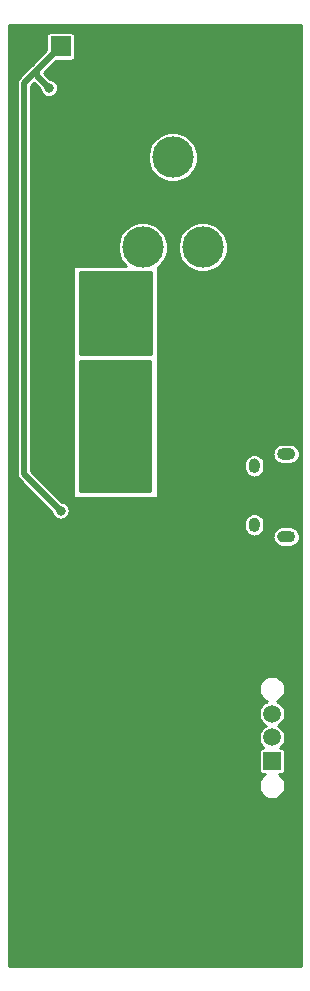
<source format=gbr>
%TF.GenerationSoftware,KiCad,Pcbnew,5.1.6*%
%TF.CreationDate,2020-05-18T18:09:20+02:00*%
%TF.ProjectId,solder-snorter,736f6c64-6572-42d7-936e-6f727465722e,rev?*%
%TF.SameCoordinates,Original*%
%TF.FileFunction,Copper,L2,Bot*%
%TF.FilePolarity,Positive*%
%FSLAX46Y46*%
G04 Gerber Fmt 4.6, Leading zero omitted, Abs format (unit mm)*
G04 Created by KiCad (PCBNEW 5.1.6) date 2020-05-18 18:09:20*
%MOMM*%
%LPD*%
G01*
G04 APERTURE LIST*
%TA.AperFunction,ComponentPad*%
%ADD10C,3.500000*%
%TD*%
%TA.AperFunction,ComponentPad*%
%ADD11R,1.700000X1.700000*%
%TD*%
%TA.AperFunction,ComponentPad*%
%ADD12O,1.700000X1.700000*%
%TD*%
%TA.AperFunction,ComponentPad*%
%ADD13R,1.500000X1.500000*%
%TD*%
%TA.AperFunction,ComponentPad*%
%ADD14C,1.500000*%
%TD*%
%TA.AperFunction,ViaPad*%
%ADD15C,0.800000*%
%TD*%
%TA.AperFunction,Conductor*%
%ADD16C,0.500000*%
%TD*%
%TA.AperFunction,Conductor*%
%ADD17C,0.254000*%
%TD*%
G04 APERTURE END LIST*
%TO.P,J1,*%
%TO.N,*%
%TA.AperFunction,ComponentPad*%
G36*
G01*
X165375000Y-119500000D02*
X164825000Y-119500000D01*
G75*
G02*
X164325000Y-119000000I0J500000D01*
G01*
X164325000Y-119000000D01*
G75*
G02*
X164825000Y-118500000I500000J0D01*
G01*
X165375000Y-118500000D01*
G75*
G02*
X165875000Y-119000000I0J-500000D01*
G01*
X165875000Y-119000000D01*
G75*
G02*
X165375000Y-119500000I-500000J0D01*
G01*
G37*
%TD.AperFunction*%
%TA.AperFunction,ComponentPad*%
G36*
G01*
X165375000Y-112500000D02*
X164825000Y-112500000D01*
G75*
G02*
X164325000Y-112000000I0J500000D01*
G01*
X164325000Y-112000000D01*
G75*
G02*
X164825000Y-111500000I500000J0D01*
G01*
X165375000Y-111500000D01*
G75*
G02*
X165875000Y-112000000I0J-500000D01*
G01*
X165875000Y-112000000D01*
G75*
G02*
X165375000Y-112500000I-500000J0D01*
G01*
G37*
%TD.AperFunction*%
%TO.P,J1,6*%
%TO.N,Net-(J1-Pad6)*%
%TA.AperFunction,ComponentPad*%
G36*
G01*
X162400000Y-118625000D02*
X162400000Y-118625000D01*
G75*
G02*
X161925000Y-118150000I0J475000D01*
G01*
X161925000Y-117850000D01*
G75*
G02*
X162400000Y-117375000I475000J0D01*
G01*
X162400000Y-117375000D01*
G75*
G02*
X162875000Y-117850000I0J-475000D01*
G01*
X162875000Y-118150000D01*
G75*
G02*
X162400000Y-118625000I-475000J0D01*
G01*
G37*
%TD.AperFunction*%
%TO.P,J1,*%
%TO.N,*%
%TA.AperFunction,ComponentPad*%
G36*
G01*
X162400000Y-113625000D02*
X162400000Y-113625000D01*
G75*
G02*
X161925000Y-113150000I0J475000D01*
G01*
X161925000Y-112850000D01*
G75*
G02*
X162400000Y-112375000I475000J0D01*
G01*
X162400000Y-112375000D01*
G75*
G02*
X162875000Y-112850000I0J-475000D01*
G01*
X162875000Y-113150000D01*
G75*
G02*
X162400000Y-113625000I-475000J0D01*
G01*
G37*
%TD.AperFunction*%
%TD*%
D10*
%TO.P,BT1,2*%
%TO.N,GND*%
X152960000Y-142500000D03*
X158040000Y-142500000D03*
%TO.P,BT1,1*%
%TO.N,VBAT*%
X152960000Y-94500000D03*
X158040000Y-94500000D03*
%TO.P,BT1,2*%
%TO.N,GND*%
X155500000Y-150120000D03*
%TO.P,BT1,1*%
%TO.N,VBAT*%
X155500000Y-86880000D03*
%TD*%
D11*
%TO.P,M1,1*%
%TO.N,+12V*%
X146000000Y-77500000D03*
D12*
%TO.P,M1,2*%
%TO.N,GND*%
X148540000Y-77500000D03*
%TD*%
D13*
%TO.P,SW1,1*%
%TO.N,Net-(SW1-Pad1)*%
X163900000Y-138000000D03*
D14*
%TO.P,SW1,2*%
%TO.N,VBAT*%
X163900000Y-136000000D03*
%TO.P,SW1,3*%
%TO.N,VBATSW*%
X163900000Y-134000000D03*
%TD*%
D15*
%TO.N,VBAT*%
X148200000Y-97200000D03*
X149400000Y-97200000D03*
X150600000Y-97200000D03*
X151800000Y-97200000D03*
X148200000Y-98400000D03*
X149400000Y-98400000D03*
X150600000Y-98400000D03*
X151800000Y-98400000D03*
X149400000Y-99600000D03*
X150600000Y-99600000D03*
X151800000Y-99600000D03*
X149400000Y-100800000D03*
X150600000Y-100800000D03*
X151800000Y-100800000D03*
X148200000Y-102000000D03*
X149400000Y-102000000D03*
X150600000Y-102000000D03*
X151800000Y-102000000D03*
X148200000Y-103200000D03*
X149400000Y-103200000D03*
X150600000Y-103200000D03*
X151800000Y-103200000D03*
X148200000Y-100800000D03*
%TO.N,GND*%
X154800000Y-112200000D03*
X156000000Y-112200000D03*
X157200000Y-112200000D03*
X158400000Y-112200000D03*
X154800000Y-111000000D03*
X156000000Y-111000000D03*
X157200000Y-111000000D03*
X158400000Y-111000000D03*
X154800000Y-100200000D03*
X156000000Y-109800000D03*
X158400000Y-108600000D03*
X158400000Y-109800000D03*
X157200000Y-109800000D03*
X157200000Y-108600000D03*
X154800000Y-109800000D03*
X156000000Y-100200000D03*
X157200000Y-100200000D03*
X158400000Y-100200000D03*
X159600000Y-100200000D03*
X157200000Y-99200000D03*
X158400000Y-99200000D03*
X159600000Y-99200000D03*
X157200000Y-98200000D03*
X158400000Y-98200000D03*
X159600000Y-98200000D03*
X147400000Y-121600000D03*
X147400000Y-120200000D03*
X149300000Y-120200000D03*
X153700000Y-119800000D03*
X154900000Y-119800000D03*
X156000000Y-119400000D03*
X158400000Y-119400000D03*
X155400000Y-118200000D03*
X156600000Y-118200000D03*
X157200000Y-119400000D03*
X158400000Y-120600000D03*
X157200000Y-120600000D03*
X158400000Y-121800000D03*
X157200000Y-121800000D03*
X164000000Y-98000000D03*
X160750000Y-113250000D03*
X160750000Y-112050000D03*
X160750000Y-110850000D03*
X160750000Y-109650000D03*
X160750000Y-108450000D03*
X161950000Y-108450000D03*
X163150000Y-108450000D03*
X164350000Y-108450000D03*
X165550000Y-108450000D03*
X161950000Y-109650000D03*
X163150000Y-109650000D03*
X164350000Y-109650000D03*
X165550000Y-109650000D03*
%TO.N,Net-(C1-Pad1)*%
X148300000Y-104700000D03*
X149500000Y-104700000D03*
X150700000Y-104700000D03*
X151900000Y-104700000D03*
X148300000Y-105900000D03*
X149500000Y-105900000D03*
X150700000Y-105900000D03*
X151900000Y-105900000D03*
X148300000Y-107100000D03*
X149500000Y-107100000D03*
X150700000Y-107100000D03*
X151900000Y-107100000D03*
X148300000Y-108300000D03*
X149500000Y-108300000D03*
X150700000Y-108300000D03*
X151900000Y-108300000D03*
X148300000Y-109500000D03*
X149500000Y-109500000D03*
X150700000Y-109500000D03*
X153100000Y-109500000D03*
X148300000Y-110700000D03*
X149500000Y-110700000D03*
X150700000Y-110700000D03*
X151900000Y-110700000D03*
X148300000Y-111900000D03*
X149500000Y-111900000D03*
X150700000Y-111900000D03*
X151900000Y-111900000D03*
X148300000Y-113100000D03*
X149500000Y-113100000D03*
X150700000Y-113100000D03*
X151900000Y-113100000D03*
X148300000Y-114300000D03*
X149500000Y-114300000D03*
X150700000Y-114300000D03*
X151900000Y-114300000D03*
X151900000Y-109500000D03*
X153100000Y-110700000D03*
X153100000Y-111900000D03*
X153100000Y-113100000D03*
X153100000Y-114300000D03*
%TO.N,+12V*%
X146000000Y-116800000D03*
X145000000Y-81000000D03*
%TD*%
D16*
%TO.N,+12V*%
X146000000Y-116800000D02*
X142900000Y-113700000D01*
X142900000Y-113700000D02*
X142900000Y-80600000D01*
X144000000Y-80000000D02*
X144000000Y-79500000D01*
X145000000Y-81000000D02*
X144000000Y-80000000D01*
X144000000Y-79500000D02*
X146000000Y-77500000D01*
X142900000Y-80600000D02*
X144000000Y-79500000D01*
%TD*%
D17*
%TO.N,Net-(C1-Pad1)*%
G36*
X153573000Y-115173000D02*
G01*
X147627000Y-115173000D01*
X147627000Y-104127000D01*
X153573000Y-104127000D01*
X153573000Y-115173000D01*
G37*
X153573000Y-115173000D02*
X147627000Y-115173000D01*
X147627000Y-104127000D01*
X153573000Y-104127000D01*
X153573000Y-115173000D01*
%TO.N,VBAT*%
G36*
X153673000Y-103573000D02*
G01*
X147627000Y-103573000D01*
X147627000Y-96627000D01*
X153673000Y-96627000D01*
X153673000Y-103573000D01*
G37*
X153673000Y-103573000D02*
X147627000Y-103573000D01*
X147627000Y-96627000D01*
X153673000Y-96627000D01*
X153673000Y-103573000D01*
%TO.N,GND*%
G36*
X166348001Y-155348000D02*
G01*
X141627000Y-155348000D01*
X141627000Y-143012407D01*
X141651275Y-142764832D01*
X141651275Y-142764822D01*
X141652000Y-142757462D01*
X141652000Y-137250000D01*
X162771176Y-137250000D01*
X162771176Y-138750000D01*
X162778455Y-138823905D01*
X162800012Y-138894970D01*
X162835019Y-138960463D01*
X162882131Y-139017869D01*
X162939537Y-139064981D01*
X163005030Y-139099988D01*
X163076095Y-139121545D01*
X163150000Y-139128824D01*
X163324921Y-139128824D01*
X163181579Y-139224602D01*
X163024602Y-139381579D01*
X162901266Y-139566165D01*
X162816310Y-139771266D01*
X162773000Y-139989000D01*
X162773000Y-140211000D01*
X162816310Y-140428734D01*
X162901266Y-140633835D01*
X163024602Y-140818421D01*
X163181579Y-140975398D01*
X163366165Y-141098734D01*
X163571266Y-141183690D01*
X163789000Y-141227000D01*
X164011000Y-141227000D01*
X164228734Y-141183690D01*
X164433835Y-141098734D01*
X164618421Y-140975398D01*
X164775398Y-140818421D01*
X164898734Y-140633835D01*
X164983690Y-140428734D01*
X165027000Y-140211000D01*
X165027000Y-139989000D01*
X164983690Y-139771266D01*
X164898734Y-139566165D01*
X164775398Y-139381579D01*
X164618421Y-139224602D01*
X164475079Y-139128824D01*
X164650000Y-139128824D01*
X164723905Y-139121545D01*
X164794970Y-139099988D01*
X164860463Y-139064981D01*
X164917869Y-139017869D01*
X164964981Y-138960463D01*
X164999988Y-138894970D01*
X165021545Y-138823905D01*
X165028824Y-138750000D01*
X165028824Y-137250000D01*
X165021545Y-137176095D01*
X164999988Y-137105030D01*
X164964981Y-137039537D01*
X164917869Y-136982131D01*
X164860463Y-136935019D01*
X164794970Y-136900012D01*
X164723905Y-136878455D01*
X164650000Y-136871176D01*
X164622643Y-136871176D01*
X164775398Y-136718421D01*
X164898734Y-136533835D01*
X164983690Y-136328734D01*
X165027000Y-136111000D01*
X165027000Y-135889000D01*
X164983690Y-135671266D01*
X164898734Y-135466165D01*
X164775398Y-135281579D01*
X164618421Y-135124602D01*
X164433835Y-135001266D01*
X164430779Y-135000000D01*
X164433835Y-134998734D01*
X164618421Y-134875398D01*
X164775398Y-134718421D01*
X164898734Y-134533835D01*
X164983690Y-134328734D01*
X165027000Y-134111000D01*
X165027000Y-133889000D01*
X164983690Y-133671266D01*
X164898734Y-133466165D01*
X164775398Y-133281579D01*
X164618421Y-133124602D01*
X164433835Y-133001266D01*
X164310068Y-132950000D01*
X164433835Y-132898734D01*
X164618421Y-132775398D01*
X164775398Y-132618421D01*
X164898734Y-132433835D01*
X164983690Y-132228734D01*
X165027000Y-132011000D01*
X165027000Y-131789000D01*
X164983690Y-131571266D01*
X164898734Y-131366165D01*
X164775398Y-131181579D01*
X164618421Y-131024602D01*
X164433835Y-130901266D01*
X164228734Y-130816310D01*
X164011000Y-130773000D01*
X163789000Y-130773000D01*
X163571266Y-130816310D01*
X163366165Y-130901266D01*
X163181579Y-131024602D01*
X163024602Y-131181579D01*
X162901266Y-131366165D01*
X162816310Y-131571266D01*
X162773000Y-131789000D01*
X162773000Y-132011000D01*
X162816310Y-132228734D01*
X162901266Y-132433835D01*
X163024602Y-132618421D01*
X163181579Y-132775398D01*
X163366165Y-132898734D01*
X163489932Y-132950000D01*
X163366165Y-133001266D01*
X163181579Y-133124602D01*
X163024602Y-133281579D01*
X162901266Y-133466165D01*
X162816310Y-133671266D01*
X162773000Y-133889000D01*
X162773000Y-134111000D01*
X162816310Y-134328734D01*
X162901266Y-134533835D01*
X163024602Y-134718421D01*
X163181579Y-134875398D01*
X163366165Y-134998734D01*
X163369221Y-135000000D01*
X163366165Y-135001266D01*
X163181579Y-135124602D01*
X163024602Y-135281579D01*
X162901266Y-135466165D01*
X162816310Y-135671266D01*
X162773000Y-135889000D01*
X162773000Y-136111000D01*
X162816310Y-136328734D01*
X162901266Y-136533835D01*
X163024602Y-136718421D01*
X163177357Y-136871176D01*
X163150000Y-136871176D01*
X163076095Y-136878455D01*
X163005030Y-136900012D01*
X162939537Y-136935019D01*
X162882131Y-136982131D01*
X162835019Y-137039537D01*
X162800012Y-137105030D01*
X162778455Y-137176095D01*
X162771176Y-137250000D01*
X141652000Y-137250000D01*
X141652000Y-117850000D01*
X161546175Y-117850000D01*
X161546175Y-118150000D01*
X161562581Y-118316573D01*
X161611168Y-118476744D01*
X161690070Y-118624359D01*
X161796254Y-118753745D01*
X161925640Y-118859929D01*
X162073255Y-118938831D01*
X162233426Y-118987418D01*
X162399999Y-119003824D01*
X162400001Y-119003824D01*
X162438836Y-118999999D01*
X163946176Y-118999999D01*
X163946176Y-119000001D01*
X163963062Y-119171451D01*
X164013072Y-119336312D01*
X164094285Y-119488249D01*
X164203578Y-119621423D01*
X164336752Y-119730716D01*
X164488689Y-119811929D01*
X164653550Y-119861939D01*
X164825000Y-119878825D01*
X165375000Y-119878825D01*
X165546450Y-119861939D01*
X165711311Y-119811929D01*
X165863248Y-119730716D01*
X165996422Y-119621423D01*
X166105715Y-119488249D01*
X166186928Y-119336312D01*
X166236938Y-119171451D01*
X166253824Y-119000001D01*
X166253824Y-118999999D01*
X166236938Y-118828549D01*
X166186928Y-118663688D01*
X166105715Y-118511751D01*
X165996422Y-118378577D01*
X165863248Y-118269284D01*
X165711311Y-118188071D01*
X165546450Y-118138061D01*
X165375000Y-118121175D01*
X164825000Y-118121175D01*
X164653550Y-118138061D01*
X164488689Y-118188071D01*
X164336752Y-118269284D01*
X164203578Y-118378577D01*
X164094285Y-118511751D01*
X164013072Y-118663688D01*
X163963062Y-118828549D01*
X163946176Y-118999999D01*
X162438836Y-118999999D01*
X162566574Y-118987418D01*
X162726745Y-118938831D01*
X162874360Y-118859929D01*
X163003746Y-118753745D01*
X163109930Y-118624359D01*
X163188832Y-118476744D01*
X163237419Y-118316573D01*
X163253825Y-118150000D01*
X163253825Y-117850000D01*
X163237419Y-117683427D01*
X163188832Y-117523256D01*
X163109930Y-117375641D01*
X163003746Y-117246255D01*
X162874360Y-117140071D01*
X162726745Y-117061169D01*
X162566574Y-117012582D01*
X162400001Y-116996176D01*
X162399999Y-116996176D01*
X162233426Y-117012582D01*
X162073255Y-117061169D01*
X161925640Y-117140071D01*
X161796254Y-117246255D01*
X161690070Y-117375641D01*
X161611168Y-117523256D01*
X161562581Y-117683427D01*
X161546175Y-117850000D01*
X141652000Y-117850000D01*
X141652000Y-88242538D01*
X141651974Y-88242272D01*
X141651895Y-88219797D01*
X141651224Y-88213189D01*
X141651270Y-88206554D01*
X141651063Y-88204442D01*
X141627000Y-87975496D01*
X141627000Y-80600000D01*
X142269967Y-80600000D01*
X142273001Y-80630804D01*
X142273000Y-113669206D01*
X142269967Y-113700000D01*
X142273000Y-113730793D01*
X142282073Y-113822912D01*
X142317925Y-113941102D01*
X142376147Y-114050027D01*
X142454499Y-114145501D01*
X142478427Y-114165138D01*
X145231239Y-116917951D01*
X145252859Y-117026643D01*
X145311431Y-117168048D01*
X145396464Y-117295309D01*
X145504691Y-117403536D01*
X145631952Y-117488569D01*
X145773357Y-117547141D01*
X145923472Y-117577000D01*
X146076528Y-117577000D01*
X146226643Y-117547141D01*
X146368048Y-117488569D01*
X146495309Y-117403536D01*
X146603536Y-117295309D01*
X146688569Y-117168048D01*
X146747141Y-117026643D01*
X146777000Y-116876528D01*
X146777000Y-116723472D01*
X146747141Y-116573357D01*
X146688569Y-116431952D01*
X146603536Y-116304691D01*
X146495309Y-116196464D01*
X146368048Y-116111431D01*
X146226643Y-116052859D01*
X146117951Y-116031239D01*
X143527000Y-113440289D01*
X143527000Y-96200000D01*
X147073000Y-96200000D01*
X147073000Y-115600000D01*
X147075440Y-115624776D01*
X147082667Y-115648601D01*
X147094403Y-115670557D01*
X147110197Y-115689803D01*
X147129443Y-115705597D01*
X147151399Y-115717333D01*
X147175224Y-115724560D01*
X147200000Y-115727000D01*
X154100000Y-115727000D01*
X154124776Y-115724560D01*
X154148601Y-115717333D01*
X154170557Y-115705597D01*
X154189803Y-115689803D01*
X154205597Y-115670557D01*
X154217333Y-115648601D01*
X154224560Y-115624776D01*
X154227000Y-115600000D01*
X154227000Y-112850000D01*
X161546175Y-112850000D01*
X161546175Y-113150000D01*
X161562581Y-113316573D01*
X161611168Y-113476744D01*
X161690070Y-113624359D01*
X161796254Y-113753745D01*
X161925640Y-113859929D01*
X162073255Y-113938831D01*
X162233426Y-113987418D01*
X162399999Y-114003824D01*
X162400001Y-114003824D01*
X162566574Y-113987418D01*
X162726745Y-113938831D01*
X162874360Y-113859929D01*
X163003746Y-113753745D01*
X163109930Y-113624359D01*
X163188832Y-113476744D01*
X163237419Y-113316573D01*
X163253825Y-113150000D01*
X163253825Y-112850000D01*
X163237419Y-112683427D01*
X163188832Y-112523256D01*
X163109930Y-112375641D01*
X163003746Y-112246255D01*
X162874360Y-112140071D01*
X162726745Y-112061169D01*
X162566574Y-112012582D01*
X162438817Y-111999999D01*
X163946176Y-111999999D01*
X163946176Y-112000001D01*
X163963062Y-112171451D01*
X164013072Y-112336312D01*
X164094285Y-112488249D01*
X164203578Y-112621423D01*
X164336752Y-112730716D01*
X164488689Y-112811929D01*
X164653550Y-112861939D01*
X164825000Y-112878825D01*
X165375000Y-112878825D01*
X165546450Y-112861939D01*
X165711311Y-112811929D01*
X165863248Y-112730716D01*
X165996422Y-112621423D01*
X166105715Y-112488249D01*
X166186928Y-112336312D01*
X166236938Y-112171451D01*
X166253824Y-112000001D01*
X166253824Y-111999999D01*
X166236938Y-111828549D01*
X166186928Y-111663688D01*
X166105715Y-111511751D01*
X165996422Y-111378577D01*
X165863248Y-111269284D01*
X165711311Y-111188071D01*
X165546450Y-111138061D01*
X165375000Y-111121175D01*
X164825000Y-111121175D01*
X164653550Y-111138061D01*
X164488689Y-111188071D01*
X164336752Y-111269284D01*
X164203578Y-111378577D01*
X164094285Y-111511751D01*
X164013072Y-111663688D01*
X163963062Y-111828549D01*
X163946176Y-111999999D01*
X162438817Y-111999999D01*
X162400001Y-111996176D01*
X162399999Y-111996176D01*
X162233426Y-112012582D01*
X162073255Y-112061169D01*
X161925640Y-112140071D01*
X161796254Y-112246255D01*
X161690070Y-112375641D01*
X161611168Y-112523256D01*
X161562581Y-112683427D01*
X161546175Y-112850000D01*
X154227000Y-112850000D01*
X154227000Y-96211539D01*
X154315884Y-96152149D01*
X154612149Y-95855884D01*
X154844923Y-95507512D01*
X155005261Y-95120423D01*
X155087000Y-94709491D01*
X155087000Y-94290509D01*
X155913000Y-94290509D01*
X155913000Y-94709491D01*
X155994739Y-95120423D01*
X156155077Y-95507512D01*
X156387851Y-95855884D01*
X156684116Y-96152149D01*
X157032488Y-96384923D01*
X157419577Y-96545261D01*
X157830509Y-96627000D01*
X158249491Y-96627000D01*
X158660423Y-96545261D01*
X159047512Y-96384923D01*
X159395884Y-96152149D01*
X159692149Y-95855884D01*
X159924923Y-95507512D01*
X160085261Y-95120423D01*
X160167000Y-94709491D01*
X160167000Y-94290509D01*
X160085261Y-93879577D01*
X159924923Y-93492488D01*
X159692149Y-93144116D01*
X159395884Y-92847851D01*
X159047512Y-92615077D01*
X158660423Y-92454739D01*
X158249491Y-92373000D01*
X157830509Y-92373000D01*
X157419577Y-92454739D01*
X157032488Y-92615077D01*
X156684116Y-92847851D01*
X156387851Y-93144116D01*
X156155077Y-93492488D01*
X155994739Y-93879577D01*
X155913000Y-94290509D01*
X155087000Y-94290509D01*
X155005261Y-93879577D01*
X154844923Y-93492488D01*
X154612149Y-93144116D01*
X154315884Y-92847851D01*
X153967512Y-92615077D01*
X153580423Y-92454739D01*
X153169491Y-92373000D01*
X152750509Y-92373000D01*
X152339577Y-92454739D01*
X151952488Y-92615077D01*
X151604116Y-92847851D01*
X151307851Y-93144116D01*
X151075077Y-93492488D01*
X150914739Y-93879577D01*
X150833000Y-94290509D01*
X150833000Y-94709491D01*
X150914739Y-95120423D01*
X151075077Y-95507512D01*
X151307851Y-95855884D01*
X151524967Y-96073000D01*
X147200000Y-96073000D01*
X147175224Y-96075440D01*
X147151399Y-96082667D01*
X147129443Y-96094403D01*
X147110197Y-96110197D01*
X147094403Y-96129443D01*
X147082667Y-96151399D01*
X147075440Y-96175224D01*
X147073000Y-96200000D01*
X143527000Y-96200000D01*
X143527000Y-86670509D01*
X153373000Y-86670509D01*
X153373000Y-87089491D01*
X153454739Y-87500423D01*
X153615077Y-87887512D01*
X153847851Y-88235884D01*
X154144116Y-88532149D01*
X154492488Y-88764923D01*
X154879577Y-88925261D01*
X155290509Y-89007000D01*
X155709491Y-89007000D01*
X156120423Y-88925261D01*
X156507512Y-88764923D01*
X156855884Y-88532149D01*
X157152149Y-88235884D01*
X157384923Y-87887512D01*
X157545261Y-87500423D01*
X157627000Y-87089491D01*
X157627000Y-86670509D01*
X157545261Y-86259577D01*
X157384923Y-85872488D01*
X157152149Y-85524116D01*
X156855884Y-85227851D01*
X156507512Y-84995077D01*
X156120423Y-84834739D01*
X155709491Y-84753000D01*
X155290509Y-84753000D01*
X154879577Y-84834739D01*
X154492488Y-84995077D01*
X154144116Y-85227851D01*
X153847851Y-85524116D01*
X153615077Y-85872488D01*
X153454739Y-86259577D01*
X153373000Y-86670509D01*
X143527000Y-86670509D01*
X143527000Y-80859711D01*
X143750000Y-80636711D01*
X144231239Y-81117950D01*
X144252859Y-81226643D01*
X144311431Y-81368048D01*
X144396464Y-81495309D01*
X144504691Y-81603536D01*
X144631952Y-81688569D01*
X144773357Y-81747141D01*
X144923472Y-81777000D01*
X145076528Y-81777000D01*
X145226643Y-81747141D01*
X145368048Y-81688569D01*
X145495309Y-81603536D01*
X145603536Y-81495309D01*
X145688569Y-81368048D01*
X145747141Y-81226643D01*
X145777000Y-81076528D01*
X145777000Y-80923472D01*
X145747141Y-80773357D01*
X145688569Y-80631952D01*
X145603536Y-80504691D01*
X145495309Y-80396464D01*
X145368048Y-80311431D01*
X145226643Y-80252859D01*
X145117950Y-80231239D01*
X144636711Y-79750000D01*
X145657888Y-78728824D01*
X146850000Y-78728824D01*
X146923905Y-78721545D01*
X146994970Y-78699988D01*
X147060463Y-78664981D01*
X147117869Y-78617869D01*
X147164981Y-78560463D01*
X147199988Y-78494970D01*
X147221545Y-78423905D01*
X147228824Y-78350000D01*
X147228824Y-76650000D01*
X147221545Y-76576095D01*
X147199988Y-76505030D01*
X147164981Y-76439537D01*
X147117869Y-76382131D01*
X147060463Y-76335019D01*
X146994970Y-76300012D01*
X146923905Y-76278455D01*
X146850000Y-76271176D01*
X145150000Y-76271176D01*
X145076095Y-76278455D01*
X145005030Y-76300012D01*
X144939537Y-76335019D01*
X144882131Y-76382131D01*
X144835019Y-76439537D01*
X144800012Y-76505030D01*
X144778455Y-76576095D01*
X144771176Y-76650000D01*
X144771176Y-77842112D01*
X143578423Y-79034866D01*
X143578418Y-79034870D01*
X143554500Y-79054499D01*
X143534872Y-79078416D01*
X142478422Y-80134867D01*
X142454500Y-80154499D01*
X142376148Y-80249972D01*
X142322667Y-80350027D01*
X142317926Y-80358897D01*
X142282073Y-80477088D01*
X142269967Y-80600000D01*
X141627000Y-80600000D01*
X141627000Y-75652000D01*
X166348000Y-75652000D01*
X166348001Y-155348000D01*
G37*
X166348001Y-155348000D02*
X141627000Y-155348000D01*
X141627000Y-143012407D01*
X141651275Y-142764832D01*
X141651275Y-142764822D01*
X141652000Y-142757462D01*
X141652000Y-137250000D01*
X162771176Y-137250000D01*
X162771176Y-138750000D01*
X162778455Y-138823905D01*
X162800012Y-138894970D01*
X162835019Y-138960463D01*
X162882131Y-139017869D01*
X162939537Y-139064981D01*
X163005030Y-139099988D01*
X163076095Y-139121545D01*
X163150000Y-139128824D01*
X163324921Y-139128824D01*
X163181579Y-139224602D01*
X163024602Y-139381579D01*
X162901266Y-139566165D01*
X162816310Y-139771266D01*
X162773000Y-139989000D01*
X162773000Y-140211000D01*
X162816310Y-140428734D01*
X162901266Y-140633835D01*
X163024602Y-140818421D01*
X163181579Y-140975398D01*
X163366165Y-141098734D01*
X163571266Y-141183690D01*
X163789000Y-141227000D01*
X164011000Y-141227000D01*
X164228734Y-141183690D01*
X164433835Y-141098734D01*
X164618421Y-140975398D01*
X164775398Y-140818421D01*
X164898734Y-140633835D01*
X164983690Y-140428734D01*
X165027000Y-140211000D01*
X165027000Y-139989000D01*
X164983690Y-139771266D01*
X164898734Y-139566165D01*
X164775398Y-139381579D01*
X164618421Y-139224602D01*
X164475079Y-139128824D01*
X164650000Y-139128824D01*
X164723905Y-139121545D01*
X164794970Y-139099988D01*
X164860463Y-139064981D01*
X164917869Y-139017869D01*
X164964981Y-138960463D01*
X164999988Y-138894970D01*
X165021545Y-138823905D01*
X165028824Y-138750000D01*
X165028824Y-137250000D01*
X165021545Y-137176095D01*
X164999988Y-137105030D01*
X164964981Y-137039537D01*
X164917869Y-136982131D01*
X164860463Y-136935019D01*
X164794970Y-136900012D01*
X164723905Y-136878455D01*
X164650000Y-136871176D01*
X164622643Y-136871176D01*
X164775398Y-136718421D01*
X164898734Y-136533835D01*
X164983690Y-136328734D01*
X165027000Y-136111000D01*
X165027000Y-135889000D01*
X164983690Y-135671266D01*
X164898734Y-135466165D01*
X164775398Y-135281579D01*
X164618421Y-135124602D01*
X164433835Y-135001266D01*
X164430779Y-135000000D01*
X164433835Y-134998734D01*
X164618421Y-134875398D01*
X164775398Y-134718421D01*
X164898734Y-134533835D01*
X164983690Y-134328734D01*
X165027000Y-134111000D01*
X165027000Y-133889000D01*
X164983690Y-133671266D01*
X164898734Y-133466165D01*
X164775398Y-133281579D01*
X164618421Y-133124602D01*
X164433835Y-133001266D01*
X164310068Y-132950000D01*
X164433835Y-132898734D01*
X164618421Y-132775398D01*
X164775398Y-132618421D01*
X164898734Y-132433835D01*
X164983690Y-132228734D01*
X165027000Y-132011000D01*
X165027000Y-131789000D01*
X164983690Y-131571266D01*
X164898734Y-131366165D01*
X164775398Y-131181579D01*
X164618421Y-131024602D01*
X164433835Y-130901266D01*
X164228734Y-130816310D01*
X164011000Y-130773000D01*
X163789000Y-130773000D01*
X163571266Y-130816310D01*
X163366165Y-130901266D01*
X163181579Y-131024602D01*
X163024602Y-131181579D01*
X162901266Y-131366165D01*
X162816310Y-131571266D01*
X162773000Y-131789000D01*
X162773000Y-132011000D01*
X162816310Y-132228734D01*
X162901266Y-132433835D01*
X163024602Y-132618421D01*
X163181579Y-132775398D01*
X163366165Y-132898734D01*
X163489932Y-132950000D01*
X163366165Y-133001266D01*
X163181579Y-133124602D01*
X163024602Y-133281579D01*
X162901266Y-133466165D01*
X162816310Y-133671266D01*
X162773000Y-133889000D01*
X162773000Y-134111000D01*
X162816310Y-134328734D01*
X162901266Y-134533835D01*
X163024602Y-134718421D01*
X163181579Y-134875398D01*
X163366165Y-134998734D01*
X163369221Y-135000000D01*
X163366165Y-135001266D01*
X163181579Y-135124602D01*
X163024602Y-135281579D01*
X162901266Y-135466165D01*
X162816310Y-135671266D01*
X162773000Y-135889000D01*
X162773000Y-136111000D01*
X162816310Y-136328734D01*
X162901266Y-136533835D01*
X163024602Y-136718421D01*
X163177357Y-136871176D01*
X163150000Y-136871176D01*
X163076095Y-136878455D01*
X163005030Y-136900012D01*
X162939537Y-136935019D01*
X162882131Y-136982131D01*
X162835019Y-137039537D01*
X162800012Y-137105030D01*
X162778455Y-137176095D01*
X162771176Y-137250000D01*
X141652000Y-137250000D01*
X141652000Y-117850000D01*
X161546175Y-117850000D01*
X161546175Y-118150000D01*
X161562581Y-118316573D01*
X161611168Y-118476744D01*
X161690070Y-118624359D01*
X161796254Y-118753745D01*
X161925640Y-118859929D01*
X162073255Y-118938831D01*
X162233426Y-118987418D01*
X162399999Y-119003824D01*
X162400001Y-119003824D01*
X162438836Y-118999999D01*
X163946176Y-118999999D01*
X163946176Y-119000001D01*
X163963062Y-119171451D01*
X164013072Y-119336312D01*
X164094285Y-119488249D01*
X164203578Y-119621423D01*
X164336752Y-119730716D01*
X164488689Y-119811929D01*
X164653550Y-119861939D01*
X164825000Y-119878825D01*
X165375000Y-119878825D01*
X165546450Y-119861939D01*
X165711311Y-119811929D01*
X165863248Y-119730716D01*
X165996422Y-119621423D01*
X166105715Y-119488249D01*
X166186928Y-119336312D01*
X166236938Y-119171451D01*
X166253824Y-119000001D01*
X166253824Y-118999999D01*
X166236938Y-118828549D01*
X166186928Y-118663688D01*
X166105715Y-118511751D01*
X165996422Y-118378577D01*
X165863248Y-118269284D01*
X165711311Y-118188071D01*
X165546450Y-118138061D01*
X165375000Y-118121175D01*
X164825000Y-118121175D01*
X164653550Y-118138061D01*
X164488689Y-118188071D01*
X164336752Y-118269284D01*
X164203578Y-118378577D01*
X164094285Y-118511751D01*
X164013072Y-118663688D01*
X163963062Y-118828549D01*
X163946176Y-118999999D01*
X162438836Y-118999999D01*
X162566574Y-118987418D01*
X162726745Y-118938831D01*
X162874360Y-118859929D01*
X163003746Y-118753745D01*
X163109930Y-118624359D01*
X163188832Y-118476744D01*
X163237419Y-118316573D01*
X163253825Y-118150000D01*
X163253825Y-117850000D01*
X163237419Y-117683427D01*
X163188832Y-117523256D01*
X163109930Y-117375641D01*
X163003746Y-117246255D01*
X162874360Y-117140071D01*
X162726745Y-117061169D01*
X162566574Y-117012582D01*
X162400001Y-116996176D01*
X162399999Y-116996176D01*
X162233426Y-117012582D01*
X162073255Y-117061169D01*
X161925640Y-117140071D01*
X161796254Y-117246255D01*
X161690070Y-117375641D01*
X161611168Y-117523256D01*
X161562581Y-117683427D01*
X161546175Y-117850000D01*
X141652000Y-117850000D01*
X141652000Y-88242538D01*
X141651974Y-88242272D01*
X141651895Y-88219797D01*
X141651224Y-88213189D01*
X141651270Y-88206554D01*
X141651063Y-88204442D01*
X141627000Y-87975496D01*
X141627000Y-80600000D01*
X142269967Y-80600000D01*
X142273001Y-80630804D01*
X142273000Y-113669206D01*
X142269967Y-113700000D01*
X142273000Y-113730793D01*
X142282073Y-113822912D01*
X142317925Y-113941102D01*
X142376147Y-114050027D01*
X142454499Y-114145501D01*
X142478427Y-114165138D01*
X145231239Y-116917951D01*
X145252859Y-117026643D01*
X145311431Y-117168048D01*
X145396464Y-117295309D01*
X145504691Y-117403536D01*
X145631952Y-117488569D01*
X145773357Y-117547141D01*
X145923472Y-117577000D01*
X146076528Y-117577000D01*
X146226643Y-117547141D01*
X146368048Y-117488569D01*
X146495309Y-117403536D01*
X146603536Y-117295309D01*
X146688569Y-117168048D01*
X146747141Y-117026643D01*
X146777000Y-116876528D01*
X146777000Y-116723472D01*
X146747141Y-116573357D01*
X146688569Y-116431952D01*
X146603536Y-116304691D01*
X146495309Y-116196464D01*
X146368048Y-116111431D01*
X146226643Y-116052859D01*
X146117951Y-116031239D01*
X143527000Y-113440289D01*
X143527000Y-96200000D01*
X147073000Y-96200000D01*
X147073000Y-115600000D01*
X147075440Y-115624776D01*
X147082667Y-115648601D01*
X147094403Y-115670557D01*
X147110197Y-115689803D01*
X147129443Y-115705597D01*
X147151399Y-115717333D01*
X147175224Y-115724560D01*
X147200000Y-115727000D01*
X154100000Y-115727000D01*
X154124776Y-115724560D01*
X154148601Y-115717333D01*
X154170557Y-115705597D01*
X154189803Y-115689803D01*
X154205597Y-115670557D01*
X154217333Y-115648601D01*
X154224560Y-115624776D01*
X154227000Y-115600000D01*
X154227000Y-112850000D01*
X161546175Y-112850000D01*
X161546175Y-113150000D01*
X161562581Y-113316573D01*
X161611168Y-113476744D01*
X161690070Y-113624359D01*
X161796254Y-113753745D01*
X161925640Y-113859929D01*
X162073255Y-113938831D01*
X162233426Y-113987418D01*
X162399999Y-114003824D01*
X162400001Y-114003824D01*
X162566574Y-113987418D01*
X162726745Y-113938831D01*
X162874360Y-113859929D01*
X163003746Y-113753745D01*
X163109930Y-113624359D01*
X163188832Y-113476744D01*
X163237419Y-113316573D01*
X163253825Y-113150000D01*
X163253825Y-112850000D01*
X163237419Y-112683427D01*
X163188832Y-112523256D01*
X163109930Y-112375641D01*
X163003746Y-112246255D01*
X162874360Y-112140071D01*
X162726745Y-112061169D01*
X162566574Y-112012582D01*
X162438817Y-111999999D01*
X163946176Y-111999999D01*
X163946176Y-112000001D01*
X163963062Y-112171451D01*
X164013072Y-112336312D01*
X164094285Y-112488249D01*
X164203578Y-112621423D01*
X164336752Y-112730716D01*
X164488689Y-112811929D01*
X164653550Y-112861939D01*
X164825000Y-112878825D01*
X165375000Y-112878825D01*
X165546450Y-112861939D01*
X165711311Y-112811929D01*
X165863248Y-112730716D01*
X165996422Y-112621423D01*
X166105715Y-112488249D01*
X166186928Y-112336312D01*
X166236938Y-112171451D01*
X166253824Y-112000001D01*
X166253824Y-111999999D01*
X166236938Y-111828549D01*
X166186928Y-111663688D01*
X166105715Y-111511751D01*
X165996422Y-111378577D01*
X165863248Y-111269284D01*
X165711311Y-111188071D01*
X165546450Y-111138061D01*
X165375000Y-111121175D01*
X164825000Y-111121175D01*
X164653550Y-111138061D01*
X164488689Y-111188071D01*
X164336752Y-111269284D01*
X164203578Y-111378577D01*
X164094285Y-111511751D01*
X164013072Y-111663688D01*
X163963062Y-111828549D01*
X163946176Y-111999999D01*
X162438817Y-111999999D01*
X162400001Y-111996176D01*
X162399999Y-111996176D01*
X162233426Y-112012582D01*
X162073255Y-112061169D01*
X161925640Y-112140071D01*
X161796254Y-112246255D01*
X161690070Y-112375641D01*
X161611168Y-112523256D01*
X161562581Y-112683427D01*
X161546175Y-112850000D01*
X154227000Y-112850000D01*
X154227000Y-96211539D01*
X154315884Y-96152149D01*
X154612149Y-95855884D01*
X154844923Y-95507512D01*
X155005261Y-95120423D01*
X155087000Y-94709491D01*
X155087000Y-94290509D01*
X155913000Y-94290509D01*
X155913000Y-94709491D01*
X155994739Y-95120423D01*
X156155077Y-95507512D01*
X156387851Y-95855884D01*
X156684116Y-96152149D01*
X157032488Y-96384923D01*
X157419577Y-96545261D01*
X157830509Y-96627000D01*
X158249491Y-96627000D01*
X158660423Y-96545261D01*
X159047512Y-96384923D01*
X159395884Y-96152149D01*
X159692149Y-95855884D01*
X159924923Y-95507512D01*
X160085261Y-95120423D01*
X160167000Y-94709491D01*
X160167000Y-94290509D01*
X160085261Y-93879577D01*
X159924923Y-93492488D01*
X159692149Y-93144116D01*
X159395884Y-92847851D01*
X159047512Y-92615077D01*
X158660423Y-92454739D01*
X158249491Y-92373000D01*
X157830509Y-92373000D01*
X157419577Y-92454739D01*
X157032488Y-92615077D01*
X156684116Y-92847851D01*
X156387851Y-93144116D01*
X156155077Y-93492488D01*
X155994739Y-93879577D01*
X155913000Y-94290509D01*
X155087000Y-94290509D01*
X155005261Y-93879577D01*
X154844923Y-93492488D01*
X154612149Y-93144116D01*
X154315884Y-92847851D01*
X153967512Y-92615077D01*
X153580423Y-92454739D01*
X153169491Y-92373000D01*
X152750509Y-92373000D01*
X152339577Y-92454739D01*
X151952488Y-92615077D01*
X151604116Y-92847851D01*
X151307851Y-93144116D01*
X151075077Y-93492488D01*
X150914739Y-93879577D01*
X150833000Y-94290509D01*
X150833000Y-94709491D01*
X150914739Y-95120423D01*
X151075077Y-95507512D01*
X151307851Y-95855884D01*
X151524967Y-96073000D01*
X147200000Y-96073000D01*
X147175224Y-96075440D01*
X147151399Y-96082667D01*
X147129443Y-96094403D01*
X147110197Y-96110197D01*
X147094403Y-96129443D01*
X147082667Y-96151399D01*
X147075440Y-96175224D01*
X147073000Y-96200000D01*
X143527000Y-96200000D01*
X143527000Y-86670509D01*
X153373000Y-86670509D01*
X153373000Y-87089491D01*
X153454739Y-87500423D01*
X153615077Y-87887512D01*
X153847851Y-88235884D01*
X154144116Y-88532149D01*
X154492488Y-88764923D01*
X154879577Y-88925261D01*
X155290509Y-89007000D01*
X155709491Y-89007000D01*
X156120423Y-88925261D01*
X156507512Y-88764923D01*
X156855884Y-88532149D01*
X157152149Y-88235884D01*
X157384923Y-87887512D01*
X157545261Y-87500423D01*
X157627000Y-87089491D01*
X157627000Y-86670509D01*
X157545261Y-86259577D01*
X157384923Y-85872488D01*
X157152149Y-85524116D01*
X156855884Y-85227851D01*
X156507512Y-84995077D01*
X156120423Y-84834739D01*
X155709491Y-84753000D01*
X155290509Y-84753000D01*
X154879577Y-84834739D01*
X154492488Y-84995077D01*
X154144116Y-85227851D01*
X153847851Y-85524116D01*
X153615077Y-85872488D01*
X153454739Y-86259577D01*
X153373000Y-86670509D01*
X143527000Y-86670509D01*
X143527000Y-80859711D01*
X143750000Y-80636711D01*
X144231239Y-81117950D01*
X144252859Y-81226643D01*
X144311431Y-81368048D01*
X144396464Y-81495309D01*
X144504691Y-81603536D01*
X144631952Y-81688569D01*
X144773357Y-81747141D01*
X144923472Y-81777000D01*
X145076528Y-81777000D01*
X145226643Y-81747141D01*
X145368048Y-81688569D01*
X145495309Y-81603536D01*
X145603536Y-81495309D01*
X145688569Y-81368048D01*
X145747141Y-81226643D01*
X145777000Y-81076528D01*
X145777000Y-80923472D01*
X145747141Y-80773357D01*
X145688569Y-80631952D01*
X145603536Y-80504691D01*
X145495309Y-80396464D01*
X145368048Y-80311431D01*
X145226643Y-80252859D01*
X145117950Y-80231239D01*
X144636711Y-79750000D01*
X145657888Y-78728824D01*
X146850000Y-78728824D01*
X146923905Y-78721545D01*
X146994970Y-78699988D01*
X147060463Y-78664981D01*
X147117869Y-78617869D01*
X147164981Y-78560463D01*
X147199988Y-78494970D01*
X147221545Y-78423905D01*
X147228824Y-78350000D01*
X147228824Y-76650000D01*
X147221545Y-76576095D01*
X147199988Y-76505030D01*
X147164981Y-76439537D01*
X147117869Y-76382131D01*
X147060463Y-76335019D01*
X146994970Y-76300012D01*
X146923905Y-76278455D01*
X146850000Y-76271176D01*
X145150000Y-76271176D01*
X145076095Y-76278455D01*
X145005030Y-76300012D01*
X144939537Y-76335019D01*
X144882131Y-76382131D01*
X144835019Y-76439537D01*
X144800012Y-76505030D01*
X144778455Y-76576095D01*
X144771176Y-76650000D01*
X144771176Y-77842112D01*
X143578423Y-79034866D01*
X143578418Y-79034870D01*
X143554500Y-79054499D01*
X143534872Y-79078416D01*
X142478422Y-80134867D01*
X142454500Y-80154499D01*
X142376148Y-80249972D01*
X142322667Y-80350027D01*
X142317926Y-80358897D01*
X142282073Y-80477088D01*
X142269967Y-80600000D01*
X141627000Y-80600000D01*
X141627000Y-75652000D01*
X166348000Y-75652000D01*
X166348001Y-155348000D01*
%TD*%
M02*

</source>
